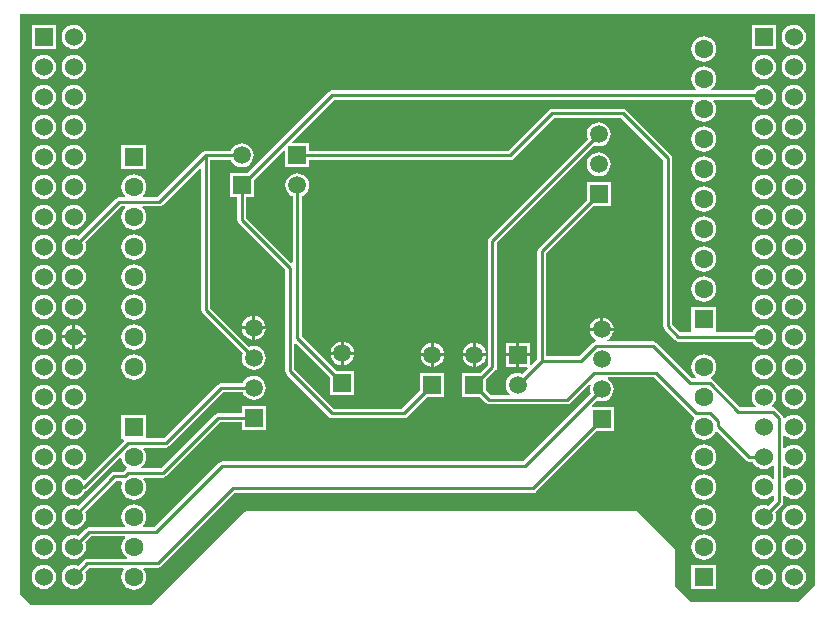
<source format=gtl>
G04 Layer_Physical_Order=1*
G04 Layer_Color=255*
%FSLAX25Y25*%
%MOIN*%
G70*
G01*
G75*
%ADD10C,0.01000*%
%ADD11R,0.06024X0.06024*%
%ADD12C,0.06024*%
%ADD13R,0.06319X0.06319*%
%ADD14C,0.06319*%
%ADD15R,0.05906X0.05906*%
%ADD16C,0.05906*%
G36*
X471971Y130633D02*
X466366Y125029D01*
X430633D01*
X425529Y130133D01*
Y142000D01*
X425413Y142585D01*
X425081Y143081D01*
X413081Y155081D01*
X412585Y155413D01*
X412000Y155529D01*
X283000D01*
X282415Y155413D01*
X281919Y155081D01*
X250867Y124029D01*
X210633D01*
X207029Y127634D01*
Y320971D01*
X471971D01*
Y130633D01*
D02*
G37*
%LPC*%
G36*
X358000Y211421D02*
X357468Y211351D01*
X356507Y210953D01*
X355681Y210319D01*
X355047Y209493D01*
X354649Y208532D01*
X354579Y208000D01*
X358000D01*
Y211421D01*
D02*
G37*
G36*
X345000D02*
Y208000D01*
X348421D01*
X348351Y208532D01*
X347953Y209493D01*
X347319Y210319D01*
X346493Y210953D01*
X345532Y211351D01*
X345000Y211421D01*
D02*
G37*
G36*
X344000D02*
X343468Y211351D01*
X342507Y210953D01*
X341681Y210319D01*
X341047Y209493D01*
X340649Y208532D01*
X340579Y208000D01*
X344000D01*
Y211421D01*
D02*
G37*
G36*
X376953Y211453D02*
X373500D01*
Y208000D01*
X376953D01*
Y211453D01*
D02*
G37*
G36*
X372500D02*
X369047D01*
Y208000D01*
X372500D01*
Y211453D01*
D02*
G37*
G36*
X359000Y211421D02*
Y208000D01*
X362421D01*
X362351Y208532D01*
X361953Y209493D01*
X361319Y210319D01*
X360493Y210953D01*
X359532Y211351D01*
X359000Y211421D01*
D02*
G37*
G36*
X318421Y207500D02*
X315000D01*
Y204079D01*
X315532Y204149D01*
X316493Y204547D01*
X317319Y205181D01*
X317953Y206007D01*
X318351Y206968D01*
X318421Y207500D01*
D02*
G37*
G36*
X348421Y207000D02*
X345000D01*
Y203579D01*
X345532Y203649D01*
X346493Y204047D01*
X347319Y204681D01*
X347953Y205507D01*
X348351Y206468D01*
X348421Y207000D01*
D02*
G37*
G36*
X344000D02*
X340579D01*
X340649Y206468D01*
X341047Y205507D01*
X341681Y204681D01*
X342507Y204047D01*
X343468Y203649D01*
X344000Y203579D01*
Y207000D01*
D02*
G37*
G36*
X372500D02*
X369047D01*
Y203547D01*
X372500D01*
Y207000D01*
D02*
G37*
G36*
X314000Y207500D02*
X310579D01*
X310649Y206968D01*
X311047Y206007D01*
X311681Y205181D01*
X312507Y204547D01*
X313468Y204149D01*
X314000Y204079D01*
Y207500D01*
D02*
G37*
G36*
X362421Y207000D02*
X359000D01*
Y203579D01*
X359532Y203649D01*
X360493Y204047D01*
X361319Y204681D01*
X361953Y205507D01*
X362351Y206468D01*
X362421Y207000D01*
D02*
G37*
G36*
X358000D02*
X354579D01*
X354649Y206468D01*
X355047Y205507D01*
X355681Y204681D01*
X356507Y204047D01*
X357468Y203649D01*
X358000Y203579D01*
Y207000D01*
D02*
G37*
G36*
X224500Y217422D02*
X223953Y217350D01*
X222977Y216945D01*
X222139Y216302D01*
X221496Y215464D01*
X221091Y214488D01*
X221019Y213941D01*
X224500D01*
Y217422D01*
D02*
G37*
G36*
X288921Y216000D02*
X285500D01*
Y212579D01*
X286032Y212649D01*
X286993Y213047D01*
X287819Y213681D01*
X288453Y214507D01*
X288851Y215468D01*
X288921Y216000D01*
D02*
G37*
G36*
X284500D02*
X281079D01*
X281149Y215468D01*
X281547Y214507D01*
X282181Y213681D01*
X283007Y213047D01*
X283968Y212649D01*
X284500Y212579D01*
Y216000D01*
D02*
G37*
G36*
X401500Y219921D02*
Y216500D01*
X404921D01*
X404851Y217032D01*
X404453Y217993D01*
X403819Y218819D01*
X402993Y219453D01*
X402032Y219851D01*
X401500Y219921D01*
D02*
G37*
G36*
X400500D02*
X399968Y219851D01*
X399007Y219453D01*
X398181Y218819D01*
X397547Y217993D01*
X397149Y217032D01*
X397079Y216500D01*
X400500D01*
Y219921D01*
D02*
G37*
G36*
X225500Y217422D02*
Y213941D01*
X228981D01*
X228909Y214488D01*
X228504Y215464D01*
X227861Y216302D01*
X227023Y216945D01*
X226047Y217350D01*
X225500Y217422D01*
D02*
G37*
G36*
X228981Y212941D02*
X225500D01*
Y209460D01*
X226047Y209532D01*
X227023Y209937D01*
X227861Y210580D01*
X228504Y211418D01*
X228909Y212394D01*
X228981Y212941D01*
D02*
G37*
G36*
X245000Y217636D02*
X243914Y217493D01*
X242902Y217074D01*
X242033Y216407D01*
X241367Y215539D01*
X240948Y214527D01*
X240805Y213441D01*
X240948Y212355D01*
X241367Y211343D01*
X242033Y210474D01*
X242902Y209808D01*
X243914Y209388D01*
X245000Y209246D01*
X246086Y209388D01*
X247098Y209808D01*
X247967Y210474D01*
X248633Y211343D01*
X249052Y212355D01*
X249195Y213441D01*
X249052Y214527D01*
X248633Y215539D01*
X247967Y216407D01*
X247098Y217074D01*
X246086Y217493D01*
X245000Y217636D01*
D02*
G37*
G36*
X315000Y211921D02*
Y208500D01*
X318421D01*
X318351Y209032D01*
X317953Y209993D01*
X317319Y210819D01*
X316493Y211453D01*
X315532Y211851D01*
X315000Y211921D01*
D02*
G37*
G36*
X314000D02*
X313468Y211851D01*
X312507Y211453D01*
X311681Y210819D01*
X311047Y209993D01*
X310649Y209032D01*
X310579Y208500D01*
X314000D01*
Y211921D01*
D02*
G37*
G36*
X224500Y212941D02*
X221019D01*
X221091Y212394D01*
X221496Y211418D01*
X222139Y210580D01*
X222977Y209937D01*
X223953Y209532D01*
X224500Y209460D01*
Y212941D01*
D02*
G37*
G36*
X465000Y217487D02*
X463953Y217350D01*
X462977Y216945D01*
X462139Y216302D01*
X461496Y215464D01*
X461091Y214488D01*
X460954Y213441D01*
X461091Y212394D01*
X461496Y211418D01*
X462139Y210580D01*
X462977Y209937D01*
X463953Y209532D01*
X465000Y209395D01*
X466047Y209532D01*
X467023Y209937D01*
X467861Y210580D01*
X468504Y211418D01*
X468909Y212394D01*
X469046Y213441D01*
X468909Y214488D01*
X468504Y215464D01*
X467861Y216302D01*
X467023Y216945D01*
X466047Y217350D01*
X465000Y217487D01*
D02*
G37*
G36*
X215000D02*
X213953Y217350D01*
X212977Y216945D01*
X212139Y216302D01*
X211496Y215464D01*
X211091Y214488D01*
X210954Y213441D01*
X211091Y212394D01*
X211496Y211418D01*
X212139Y210580D01*
X212977Y209937D01*
X213953Y209532D01*
X215000Y209395D01*
X216047Y209532D01*
X217023Y209937D01*
X217861Y210580D01*
X218504Y211418D01*
X218909Y212394D01*
X219046Y213441D01*
X218909Y214488D01*
X218504Y215464D01*
X217861Y216302D01*
X217023Y216945D01*
X216047Y217350D01*
X215000Y217487D01*
D02*
G37*
G36*
X465000Y207487D02*
X463953Y207349D01*
X462977Y206945D01*
X462139Y206302D01*
X461496Y205464D01*
X461091Y204488D01*
X460954Y203441D01*
X461091Y202394D01*
X461496Y201418D01*
X462139Y200580D01*
X462977Y199937D01*
X463953Y199532D01*
X465000Y199395D01*
X466047Y199532D01*
X467023Y199937D01*
X467861Y200580D01*
X468504Y201418D01*
X468909Y202394D01*
X469046Y203441D01*
X468909Y204488D01*
X468504Y205464D01*
X467861Y206302D01*
X467023Y206945D01*
X466047Y207349D01*
X465000Y207487D01*
D02*
G37*
G36*
X215000Y157487D02*
X213953Y157350D01*
X212977Y156945D01*
X212139Y156302D01*
X211496Y155464D01*
X211091Y154488D01*
X210954Y153441D01*
X211091Y152394D01*
X211496Y151418D01*
X212139Y150580D01*
X212977Y149937D01*
X213953Y149532D01*
X215000Y149395D01*
X216047Y149532D01*
X217023Y149937D01*
X217861Y150580D01*
X218504Y151418D01*
X218909Y152394D01*
X219046Y153441D01*
X218909Y154488D01*
X218504Y155464D01*
X217861Y156302D01*
X217023Y156945D01*
X216047Y157350D01*
X215000Y157487D01*
D02*
G37*
G36*
X435000Y157636D02*
X433914Y157493D01*
X432902Y157074D01*
X432033Y156407D01*
X431367Y155539D01*
X430948Y154527D01*
X430805Y153441D01*
X430948Y152355D01*
X431367Y151343D01*
X432033Y150474D01*
X432902Y149808D01*
X433914Y149389D01*
X435000Y149246D01*
X436086Y149389D01*
X437098Y149808D01*
X437967Y150474D01*
X438633Y151343D01*
X439052Y152355D01*
X439195Y153441D01*
X439052Y154527D01*
X438633Y155539D01*
X437967Y156407D01*
X437098Y157074D01*
X436086Y157493D01*
X435000Y157636D01*
D02*
G37*
G36*
X465000Y147487D02*
X463953Y147350D01*
X462977Y146945D01*
X462139Y146302D01*
X461496Y145464D01*
X461091Y144488D01*
X460954Y143441D01*
X461091Y142394D01*
X461496Y141418D01*
X462139Y140580D01*
X462977Y139937D01*
X463953Y139532D01*
X465000Y139394D01*
X466047Y139532D01*
X467023Y139937D01*
X467861Y140580D01*
X468504Y141418D01*
X468909Y142394D01*
X469046Y143441D01*
X468909Y144488D01*
X468504Y145464D01*
X467861Y146302D01*
X467023Y146945D01*
X466047Y147350D01*
X465000Y147487D01*
D02*
G37*
G36*
X215000Y167487D02*
X213953Y167350D01*
X212977Y166945D01*
X212139Y166302D01*
X211496Y165464D01*
X211091Y164488D01*
X210954Y163441D01*
X211091Y162394D01*
X211496Y161418D01*
X212139Y160580D01*
X212977Y159937D01*
X213953Y159532D01*
X215000Y159395D01*
X216047Y159532D01*
X217023Y159937D01*
X217861Y160580D01*
X218504Y161418D01*
X218909Y162394D01*
X219046Y163441D01*
X218909Y164488D01*
X218504Y165464D01*
X217861Y166302D01*
X217023Y166945D01*
X216047Y167350D01*
X215000Y167487D01*
D02*
G37*
G36*
X435000Y167636D02*
X433914Y167493D01*
X432902Y167074D01*
X432033Y166408D01*
X431367Y165539D01*
X430948Y164527D01*
X430805Y163441D01*
X430948Y162355D01*
X431367Y161343D01*
X432033Y160474D01*
X432902Y159808D01*
X433914Y159389D01*
X435000Y159246D01*
X436086Y159389D01*
X437098Y159808D01*
X437967Y160474D01*
X438633Y161343D01*
X439052Y162355D01*
X439195Y163441D01*
X439052Y164527D01*
X438633Y165539D01*
X437967Y166408D01*
X437098Y167074D01*
X436086Y167493D01*
X435000Y167636D01*
D02*
G37*
G36*
X465000Y157487D02*
X463953Y157350D01*
X462977Y156945D01*
X462139Y156302D01*
X461496Y155464D01*
X461091Y154488D01*
X460954Y153441D01*
X461091Y152394D01*
X461496Y151418D01*
X462139Y150580D01*
X462977Y149937D01*
X463953Y149532D01*
X465000Y149395D01*
X466047Y149532D01*
X467023Y149937D01*
X467861Y150580D01*
X468504Y151418D01*
X468909Y152394D01*
X469046Y153441D01*
X468909Y154488D01*
X468504Y155464D01*
X467861Y156302D01*
X467023Y156945D01*
X466047Y157350D01*
X465000Y157487D01*
D02*
G37*
G36*
X455000Y147487D02*
X453953Y147350D01*
X452977Y146945D01*
X452139Y146302D01*
X451496Y145464D01*
X451091Y144488D01*
X450954Y143441D01*
X451091Y142394D01*
X451496Y141418D01*
X452139Y140580D01*
X452977Y139937D01*
X453953Y139532D01*
X455000Y139394D01*
X456047Y139532D01*
X457023Y139937D01*
X457861Y140580D01*
X458504Y141418D01*
X458909Y142394D01*
X459046Y143441D01*
X458909Y144488D01*
X458504Y145464D01*
X457861Y146302D01*
X457023Y146945D01*
X456047Y147350D01*
X455000Y147487D01*
D02*
G37*
G36*
Y137487D02*
X453953Y137349D01*
X452977Y136945D01*
X452139Y136302D01*
X451496Y135464D01*
X451091Y134488D01*
X450954Y133441D01*
X451091Y132394D01*
X451496Y131418D01*
X452139Y130580D01*
X452977Y129937D01*
X453953Y129532D01*
X455000Y129394D01*
X456047Y129532D01*
X457023Y129937D01*
X457861Y130580D01*
X458504Y131418D01*
X458909Y132394D01*
X459046Y133441D01*
X458909Y134488D01*
X458504Y135464D01*
X457861Y136302D01*
X457023Y136945D01*
X456047Y137349D01*
X455000Y137487D01*
D02*
G37*
G36*
X215000D02*
X213953Y137349D01*
X212977Y136945D01*
X212139Y136302D01*
X211496Y135464D01*
X211091Y134488D01*
X210954Y133441D01*
X211091Y132394D01*
X211496Y131418D01*
X212139Y130580D01*
X212977Y129937D01*
X213953Y129532D01*
X215000Y129394D01*
X216047Y129532D01*
X217023Y129937D01*
X217861Y130580D01*
X218504Y131418D01*
X218909Y132394D01*
X219046Y133441D01*
X218909Y134488D01*
X218504Y135464D01*
X217861Y136302D01*
X217023Y136945D01*
X216047Y137349D01*
X215000Y137487D01*
D02*
G37*
G36*
X439159Y137600D02*
X430840D01*
Y129281D01*
X439159D01*
Y137600D01*
D02*
G37*
G36*
X215000Y147487D02*
X213953Y147350D01*
X212977Y146945D01*
X212139Y146302D01*
X211496Y145464D01*
X211091Y144488D01*
X210954Y143441D01*
X211091Y142394D01*
X211496Y141418D01*
X212139Y140580D01*
X212977Y139937D01*
X213953Y139532D01*
X215000Y139394D01*
X216047Y139532D01*
X217023Y139937D01*
X217861Y140580D01*
X218504Y141418D01*
X218909Y142394D01*
X219046Y143441D01*
X218909Y144488D01*
X218504Y145464D01*
X217861Y146302D01*
X217023Y146945D01*
X216047Y147350D01*
X215000Y147487D01*
D02*
G37*
G36*
X435000Y147636D02*
X433914Y147493D01*
X432902Y147074D01*
X432033Y146407D01*
X431367Y145539D01*
X430948Y144527D01*
X430805Y143441D01*
X430948Y142355D01*
X431367Y141343D01*
X432033Y140474D01*
X432902Y139808D01*
X433914Y139389D01*
X435000Y139246D01*
X436086Y139389D01*
X437098Y139808D01*
X437967Y140474D01*
X438633Y141343D01*
X439052Y142355D01*
X439195Y143441D01*
X439052Y144527D01*
X438633Y145539D01*
X437967Y146407D01*
X437098Y147074D01*
X436086Y147493D01*
X435000Y147636D01*
D02*
G37*
G36*
X465000Y137487D02*
X463953Y137349D01*
X462977Y136945D01*
X462139Y136302D01*
X461496Y135464D01*
X461091Y134488D01*
X460954Y133441D01*
X461091Y132394D01*
X461496Y131418D01*
X462139Y130580D01*
X462977Y129937D01*
X463953Y129532D01*
X465000Y129394D01*
X466047Y129532D01*
X467023Y129937D01*
X467861Y130580D01*
X468504Y131418D01*
X468909Y132394D01*
X469046Y133441D01*
X468909Y134488D01*
X468504Y135464D01*
X467861Y136302D01*
X467023Y136945D01*
X466047Y137349D01*
X465000Y137487D01*
D02*
G37*
G36*
X245000Y207636D02*
X243914Y207493D01*
X242902Y207074D01*
X242033Y206407D01*
X241367Y205539D01*
X240948Y204527D01*
X240805Y203441D01*
X240948Y202355D01*
X241367Y201343D01*
X242033Y200474D01*
X242902Y199808D01*
X243914Y199389D01*
X245000Y199246D01*
X246086Y199389D01*
X247098Y199808D01*
X247967Y200474D01*
X248633Y201343D01*
X249052Y202355D01*
X249195Y203441D01*
X249052Y204527D01*
X248633Y205539D01*
X247967Y206407D01*
X247098Y207074D01*
X246086Y207493D01*
X245000Y207636D01*
D02*
G37*
G36*
X285000Y200487D02*
X283968Y200351D01*
X283007Y199953D01*
X282181Y199319D01*
X281547Y198493D01*
X281355Y198029D01*
X274000D01*
X273415Y197913D01*
X272919Y197581D01*
X254967Y179630D01*
X249160D01*
Y187600D01*
X240841D01*
Y179281D01*
X241381D01*
X241588Y178781D01*
X228671Y165864D01*
X228172Y165897D01*
X227861Y166302D01*
X227023Y166945D01*
X226047Y167350D01*
X225000Y167487D01*
X223953Y167350D01*
X222977Y166945D01*
X222139Y166302D01*
X221496Y165464D01*
X221091Y164488D01*
X220954Y163441D01*
X221091Y162394D01*
X221496Y161418D01*
X222139Y160580D01*
X222977Y159937D01*
X223953Y159532D01*
X225000Y159395D01*
X226047Y159532D01*
X227023Y159937D01*
X227861Y160580D01*
X228504Y161418D01*
X228736Y161976D01*
X228996Y162028D01*
X229492Y162359D01*
X240332Y173200D01*
X240860Y173020D01*
X240948Y172355D01*
X241367Y171343D01*
X242033Y170474D01*
X242593Y170045D01*
X242485Y169513D01*
X241989Y169182D01*
X241336Y168529D01*
X238559D01*
X237974Y168413D01*
X237478Y168081D01*
X226541Y157145D01*
X226047Y157350D01*
X225000Y157487D01*
X223953Y157350D01*
X222977Y156945D01*
X222139Y156302D01*
X221496Y155464D01*
X221091Y154488D01*
X220954Y153441D01*
X221091Y152394D01*
X221496Y151418D01*
X222139Y150580D01*
X222977Y149937D01*
X223953Y149532D01*
X225000Y149395D01*
X226047Y149532D01*
X227023Y149937D01*
X227861Y150580D01*
X228504Y151418D01*
X228909Y152394D01*
X229046Y153441D01*
X228909Y154488D01*
X228704Y154982D01*
X239193Y165471D01*
X240889D01*
X241166Y165055D01*
X240948Y164527D01*
X240805Y163441D01*
X240948Y162355D01*
X241367Y161343D01*
X242033Y160474D01*
X242902Y159808D01*
X243914Y159389D01*
X245000Y159246D01*
X246086Y159389D01*
X247098Y159808D01*
X247967Y160474D01*
X248633Y161343D01*
X249052Y162355D01*
X249195Y163441D01*
X249052Y164527D01*
X248633Y165539D01*
X248225Y166071D01*
X248471Y166571D01*
X254600D01*
X255186Y166687D01*
X255682Y167019D01*
X273634Y184971D01*
X281047D01*
Y182547D01*
X288953D01*
Y190453D01*
X281047D01*
Y188029D01*
X273000D01*
X272415Y187913D01*
X271919Y187581D01*
X253967Y169630D01*
X247687D01*
X247517Y170130D01*
X247967Y170474D01*
X248633Y171343D01*
X249052Y172355D01*
X249195Y173441D01*
X249052Y174527D01*
X248633Y175539D01*
X248225Y176071D01*
X248471Y176571D01*
X255600D01*
X256186Y176687D01*
X256682Y177019D01*
X274634Y194971D01*
X281355D01*
X281547Y194507D01*
X282181Y193681D01*
X283007Y193047D01*
X283968Y192649D01*
X285000Y192513D01*
X286032Y192649D01*
X286993Y193047D01*
X287819Y193681D01*
X288453Y194507D01*
X288851Y195468D01*
X288987Y196500D01*
X288851Y197532D01*
X288453Y198493D01*
X287819Y199319D01*
X286993Y199953D01*
X286032Y200351D01*
X285000Y200487D01*
D02*
G37*
G36*
X465000Y197487D02*
X463953Y197350D01*
X462977Y196945D01*
X462139Y196302D01*
X461496Y195464D01*
X461091Y194488D01*
X460954Y193441D01*
X461091Y192394D01*
X461496Y191418D01*
X462139Y190580D01*
X462977Y189937D01*
X463953Y189532D01*
X465000Y189394D01*
X466047Y189532D01*
X467023Y189937D01*
X467861Y190580D01*
X468504Y191418D01*
X468909Y192394D01*
X469046Y193441D01*
X468909Y194488D01*
X468504Y195464D01*
X467861Y196302D01*
X467023Y196945D01*
X466047Y197350D01*
X465000Y197487D01*
D02*
G37*
G36*
X455000Y207487D02*
X453953Y207349D01*
X452977Y206945D01*
X452139Y206302D01*
X451496Y205464D01*
X451091Y204488D01*
X450954Y203441D01*
X451091Y202394D01*
X451496Y201418D01*
X452139Y200580D01*
X452977Y199937D01*
X453953Y199532D01*
X455000Y199395D01*
X456047Y199532D01*
X457023Y199937D01*
X457861Y200580D01*
X458504Y201418D01*
X458909Y202394D01*
X459046Y203441D01*
X458909Y204488D01*
X458504Y205464D01*
X457861Y206302D01*
X457023Y206945D01*
X456047Y207349D01*
X455000Y207487D01*
D02*
G37*
G36*
X225000D02*
X223953Y207349D01*
X222977Y206945D01*
X222139Y206302D01*
X221496Y205464D01*
X221091Y204488D01*
X220954Y203441D01*
X221091Y202394D01*
X221496Y201418D01*
X222139Y200580D01*
X222977Y199937D01*
X223953Y199532D01*
X225000Y199395D01*
X226047Y199532D01*
X227023Y199937D01*
X227861Y200580D01*
X228504Y201418D01*
X228909Y202394D01*
X229046Y203441D01*
X228909Y204488D01*
X228504Y205464D01*
X227861Y206302D01*
X227023Y206945D01*
X226047Y207349D01*
X225000Y207487D01*
D02*
G37*
G36*
X215000D02*
X213953Y207349D01*
X212977Y206945D01*
X212139Y206302D01*
X211496Y205464D01*
X211091Y204488D01*
X210954Y203441D01*
X211091Y202394D01*
X211496Y201418D01*
X212139Y200580D01*
X212977Y199937D01*
X213953Y199532D01*
X215000Y199395D01*
X216047Y199532D01*
X217023Y199937D01*
X217861Y200580D01*
X218504Y201418D01*
X218909Y202394D01*
X219046Y203441D01*
X218909Y204488D01*
X218504Y205464D01*
X217861Y206302D01*
X217023Y206945D01*
X216047Y207349D01*
X215000Y207487D01*
D02*
G37*
G36*
X225000Y197487D02*
X223953Y197350D01*
X222977Y196945D01*
X222139Y196302D01*
X221496Y195464D01*
X221091Y194488D01*
X220954Y193441D01*
X221091Y192394D01*
X221496Y191418D01*
X222139Y190580D01*
X222977Y189937D01*
X223953Y189532D01*
X225000Y189394D01*
X226047Y189532D01*
X227023Y189937D01*
X227861Y190580D01*
X228504Y191418D01*
X228909Y192394D01*
X229046Y193441D01*
X228909Y194488D01*
X228504Y195464D01*
X227861Y196302D01*
X227023Y196945D01*
X226047Y197350D01*
X225000Y197487D01*
D02*
G37*
G36*
Y177487D02*
X223953Y177349D01*
X222977Y176945D01*
X222139Y176302D01*
X221496Y175464D01*
X221091Y174488D01*
X220954Y173441D01*
X221091Y172394D01*
X221496Y171418D01*
X222139Y170580D01*
X222977Y169937D01*
X223953Y169532D01*
X225000Y169395D01*
X226047Y169532D01*
X227023Y169937D01*
X227861Y170580D01*
X228504Y171418D01*
X228909Y172394D01*
X229046Y173441D01*
X228909Y174488D01*
X228504Y175464D01*
X227861Y176302D01*
X227023Y176945D01*
X226047Y177349D01*
X225000Y177487D01*
D02*
G37*
G36*
X215000D02*
X213953Y177349D01*
X212977Y176945D01*
X212139Y176302D01*
X211496Y175464D01*
X211091Y174488D01*
X210954Y173441D01*
X211091Y172394D01*
X211496Y171418D01*
X212139Y170580D01*
X212977Y169937D01*
X213953Y169532D01*
X215000Y169395D01*
X216047Y169532D01*
X217023Y169937D01*
X217861Y170580D01*
X218504Y171418D01*
X218909Y172394D01*
X219046Y173441D01*
X218909Y174488D01*
X218504Y175464D01*
X217861Y176302D01*
X217023Y176945D01*
X216047Y177349D01*
X215000Y177487D01*
D02*
G37*
G36*
X435000Y177636D02*
X433914Y177493D01*
X432902Y177074D01*
X432033Y176408D01*
X431367Y175539D01*
X430948Y174527D01*
X430805Y173441D01*
X430948Y172355D01*
X431367Y171343D01*
X432033Y170474D01*
X432902Y169808D01*
X433914Y169389D01*
X435000Y169246D01*
X436086Y169389D01*
X437098Y169808D01*
X437967Y170474D01*
X438633Y171343D01*
X439052Y172355D01*
X439195Y173441D01*
X439052Y174527D01*
X438633Y175539D01*
X437967Y176408D01*
X437098Y177074D01*
X436086Y177493D01*
X435000Y177636D01*
D02*
G37*
G36*
X215000Y197487D02*
X213953Y197350D01*
X212977Y196945D01*
X212139Y196302D01*
X211496Y195464D01*
X211091Y194488D01*
X210954Y193441D01*
X211091Y192394D01*
X211496Y191418D01*
X212139Y190580D01*
X212977Y189937D01*
X213953Y189532D01*
X215000Y189394D01*
X216047Y189532D01*
X217023Y189937D01*
X217861Y190580D01*
X218504Y191418D01*
X218909Y192394D01*
X219046Y193441D01*
X218909Y194488D01*
X218504Y195464D01*
X217861Y196302D01*
X217023Y196945D01*
X216047Y197350D01*
X215000Y197487D01*
D02*
G37*
G36*
X225000Y187487D02*
X223953Y187349D01*
X222977Y186945D01*
X222139Y186302D01*
X221496Y185464D01*
X221091Y184488D01*
X220954Y183441D01*
X221091Y182394D01*
X221496Y181418D01*
X222139Y180580D01*
X222977Y179937D01*
X223953Y179532D01*
X225000Y179394D01*
X226047Y179532D01*
X227023Y179937D01*
X227861Y180580D01*
X228504Y181418D01*
X228909Y182394D01*
X229046Y183441D01*
X228909Y184488D01*
X228504Y185464D01*
X227861Y186302D01*
X227023Y186945D01*
X226047Y187349D01*
X225000Y187487D01*
D02*
G37*
G36*
X215000D02*
X213953Y187349D01*
X212977Y186945D01*
X212139Y186302D01*
X211496Y185464D01*
X211091Y184488D01*
X210954Y183441D01*
X211091Y182394D01*
X211496Y181418D01*
X212139Y180580D01*
X212977Y179937D01*
X213953Y179532D01*
X215000Y179394D01*
X216047Y179532D01*
X217023Y179937D01*
X217861Y180580D01*
X218504Y181418D01*
X218909Y182394D01*
X219046Y183441D01*
X218909Y184488D01*
X218504Y185464D01*
X217861Y186302D01*
X217023Y186945D01*
X216047Y187349D01*
X215000Y187487D01*
D02*
G37*
G36*
X284500Y220421D02*
X283968Y220351D01*
X283007Y219953D01*
X282181Y219319D01*
X281547Y218493D01*
X281149Y217532D01*
X281079Y217000D01*
X284500D01*
Y220421D01*
D02*
G37*
G36*
X400000Y284987D02*
X398968Y284851D01*
X398007Y284453D01*
X397181Y283819D01*
X396547Y282993D01*
X396149Y282032D01*
X396013Y281000D01*
X396149Y279968D01*
X396341Y279504D01*
X363419Y246581D01*
X363087Y246085D01*
X362971Y245500D01*
Y207656D01*
X362925Y207653D01*
Y207347D01*
X362971Y207344D01*
Y204134D01*
X360290Y201453D01*
X354547D01*
Y193547D01*
X360290D01*
X362419Y191419D01*
X362915Y191087D01*
X363500Y190971D01*
X389500D01*
X390085Y191087D01*
X390581Y191419D01*
X396900Y197737D01*
X397324Y197454D01*
X397149Y197032D01*
X397013Y196000D01*
X397149Y194968D01*
X397341Y194504D01*
X374867Y172029D01*
X274500D01*
X273915Y171913D01*
X273419Y171581D01*
X251867Y150029D01*
X248120D01*
X248009Y150529D01*
X248633Y151343D01*
X249052Y152355D01*
X249195Y153441D01*
X249052Y154527D01*
X248633Y155539D01*
X247967Y156407D01*
X247098Y157074D01*
X246086Y157493D01*
X245000Y157636D01*
X243914Y157493D01*
X242902Y157074D01*
X242033Y156407D01*
X241367Y155539D01*
X240948Y154527D01*
X240805Y153441D01*
X240948Y152355D01*
X241367Y151343D01*
X241991Y150529D01*
X241880Y150029D01*
X230059D01*
X229474Y149913D01*
X228978Y149581D01*
X226541Y147145D01*
X226047Y147350D01*
X225000Y147487D01*
X223953Y147350D01*
X222977Y146945D01*
X222139Y146302D01*
X221496Y145464D01*
X221091Y144488D01*
X220954Y143441D01*
X221091Y142394D01*
X221496Y141418D01*
X222139Y140580D01*
X222977Y139937D01*
X223953Y139532D01*
X225000Y139394D01*
X226047Y139532D01*
X227023Y139937D01*
X227861Y140580D01*
X228504Y141418D01*
X228909Y142394D01*
X229046Y143441D01*
X228909Y144488D01*
X228704Y144982D01*
X230693Y146971D01*
X241990D01*
X242150Y146497D01*
X242033Y146407D01*
X241367Y145539D01*
X240948Y144527D01*
X240805Y143441D01*
X240948Y142355D01*
X241367Y141343D01*
X242033Y140474D01*
X242593Y140045D01*
X242580Y139805D01*
X242444Y139529D01*
X229559D01*
X228974Y139413D01*
X228478Y139081D01*
X226541Y137145D01*
X226047Y137349D01*
X225000Y137487D01*
X223953Y137349D01*
X222977Y136945D01*
X222139Y136302D01*
X221496Y135464D01*
X221091Y134488D01*
X220954Y133441D01*
X221091Y132394D01*
X221496Y131418D01*
X222139Y130580D01*
X222977Y129937D01*
X223953Y129532D01*
X225000Y129394D01*
X226047Y129532D01*
X227023Y129937D01*
X227861Y130580D01*
X228504Y131418D01*
X228909Y132394D01*
X229046Y133441D01*
X228909Y134488D01*
X228704Y134982D01*
X230193Y136471D01*
X241452D01*
X241698Y135971D01*
X241367Y135539D01*
X240948Y134527D01*
X240805Y133441D01*
X240948Y132355D01*
X241367Y131343D01*
X242033Y130474D01*
X242902Y129808D01*
X243914Y129389D01*
X245000Y129246D01*
X246086Y129389D01*
X247098Y129808D01*
X247967Y130474D01*
X248633Y131343D01*
X249052Y132355D01*
X249195Y133441D01*
X249052Y134527D01*
X248633Y135539D01*
X248225Y136071D01*
X248471Y136571D01*
X253100D01*
X253686Y136687D01*
X254182Y137019D01*
X278633Y161471D01*
X378000D01*
X378585Y161587D01*
X379081Y161919D01*
X399210Y182047D01*
X404953D01*
Y189953D01*
X397769D01*
X397578Y190415D01*
X399504Y192341D01*
X399968Y192149D01*
X401000Y192013D01*
X402032Y192149D01*
X402993Y192547D01*
X403819Y193181D01*
X404453Y194007D01*
X404851Y194968D01*
X404987Y196000D01*
X404851Y197032D01*
X404453Y197993D01*
X403819Y198819D01*
X402993Y199453D01*
X402950Y199471D01*
X403050Y199971D01*
X418366D01*
X431318Y187019D01*
X431704Y186761D01*
X431714Y186751D01*
X431840Y186328D01*
X431851Y186170D01*
X431367Y185539D01*
X430948Y184527D01*
X430805Y183441D01*
X430948Y182355D01*
X431367Y181343D01*
X432033Y180474D01*
X432902Y179808D01*
X433914Y179389D01*
X435000Y179246D01*
X436086Y179389D01*
X437098Y179808D01*
X437967Y180474D01*
X438633Y181343D01*
X438852Y181872D01*
X439342Y181969D01*
X448952Y172360D01*
X449448Y172028D01*
X450034Y171912D01*
X451291D01*
X451496Y171418D01*
X452139Y170580D01*
X452977Y169937D01*
X453953Y169532D01*
X455000Y169395D01*
X456047Y169532D01*
X457023Y169937D01*
X457861Y170580D01*
X457997Y170757D01*
X458471Y170596D01*
Y166286D01*
X457997Y166125D01*
X457861Y166302D01*
X457023Y166945D01*
X456047Y167350D01*
X455000Y167487D01*
X453953Y167350D01*
X452977Y166945D01*
X452139Y166302D01*
X451496Y165464D01*
X451091Y164488D01*
X450954Y163441D01*
X451091Y162394D01*
X451496Y161418D01*
X452139Y160580D01*
X452977Y159937D01*
X453953Y159532D01*
X455000Y159395D01*
X456047Y159532D01*
X457023Y159937D01*
X457861Y160580D01*
X457997Y160757D01*
X458471Y160596D01*
Y159074D01*
X456541Y157145D01*
X456047Y157350D01*
X455000Y157487D01*
X453953Y157350D01*
X452977Y156945D01*
X452139Y156302D01*
X451496Y155464D01*
X451091Y154488D01*
X450954Y153441D01*
X451091Y152394D01*
X451496Y151418D01*
X452139Y150580D01*
X452977Y149937D01*
X453953Y149532D01*
X455000Y149395D01*
X456047Y149532D01*
X457023Y149937D01*
X457861Y150580D01*
X458504Y151418D01*
X458909Y152394D01*
X459046Y153441D01*
X458909Y154488D01*
X458704Y154982D01*
X461081Y157360D01*
X461413Y157856D01*
X461529Y158441D01*
Y160596D01*
X462003Y160757D01*
X462139Y160580D01*
X462977Y159937D01*
X463953Y159532D01*
X465000Y159395D01*
X466047Y159532D01*
X467023Y159937D01*
X467861Y160580D01*
X468504Y161418D01*
X468909Y162394D01*
X469046Y163441D01*
X468909Y164488D01*
X468504Y165464D01*
X467861Y166302D01*
X467023Y166945D01*
X466047Y167350D01*
X465000Y167487D01*
X463953Y167350D01*
X462977Y166945D01*
X462139Y166302D01*
X462003Y166125D01*
X461529Y166286D01*
Y170596D01*
X462003Y170757D01*
X462139Y170580D01*
X462977Y169937D01*
X463953Y169532D01*
X465000Y169395D01*
X466047Y169532D01*
X467023Y169937D01*
X467861Y170580D01*
X468504Y171418D01*
X468909Y172394D01*
X469046Y173441D01*
X468909Y174488D01*
X468504Y175464D01*
X467861Y176302D01*
X467023Y176945D01*
X466047Y177349D01*
X465000Y177487D01*
X463953Y177349D01*
X462977Y176945D01*
X462139Y176302D01*
X462003Y176125D01*
X461529Y176286D01*
Y180596D01*
X462003Y180757D01*
X462139Y180580D01*
X462977Y179937D01*
X463953Y179532D01*
X465000Y179394D01*
X466047Y179532D01*
X467023Y179937D01*
X467861Y180580D01*
X468504Y181418D01*
X468909Y182394D01*
X469046Y183441D01*
X468909Y184488D01*
X468504Y185464D01*
X467861Y186302D01*
X467023Y186945D01*
X466047Y187349D01*
X465000Y187487D01*
X463953Y187349D01*
X462977Y186945D01*
X462139Y186302D01*
X462003Y186125D01*
X461529Y186286D01*
Y186500D01*
X461413Y187085D01*
X461081Y187581D01*
X459081Y189581D01*
X458585Y189913D01*
X458000Y190029D01*
X457922D01*
X457761Y190503D01*
X457861Y190580D01*
X458504Y191418D01*
X458909Y192394D01*
X459046Y193441D01*
X458909Y194488D01*
X458504Y195464D01*
X457861Y196302D01*
X457023Y196945D01*
X456047Y197350D01*
X455000Y197487D01*
X453953Y197350D01*
X452977Y196945D01*
X452139Y196302D01*
X451496Y195464D01*
X451091Y194488D01*
X450954Y193441D01*
X451091Y192394D01*
X451496Y191418D01*
X452139Y190580D01*
X452239Y190503D01*
X452078Y190029D01*
X447164D01*
X438011Y199182D01*
X437515Y199513D01*
X437407Y200045D01*
X437967Y200474D01*
X438633Y201343D01*
X439052Y202355D01*
X439195Y203441D01*
X439052Y204527D01*
X438633Y205539D01*
X437967Y206407D01*
X437098Y207074D01*
X436086Y207493D01*
X435000Y207636D01*
X433914Y207493D01*
X432902Y207074D01*
X432033Y206407D01*
X431367Y205539D01*
X430948Y204527D01*
X430805Y203441D01*
X430948Y202355D01*
X431367Y201343D01*
X432033Y200474D01*
X432482Y200130D01*
X432313Y199630D01*
X431033D01*
X419129Y211534D01*
X418633Y211866D01*
X418047Y211982D01*
X402936D01*
X402836Y212482D01*
X402993Y212547D01*
X403819Y213181D01*
X404453Y214007D01*
X404851Y214968D01*
X404921Y215500D01*
X397079D01*
X397149Y214968D01*
X397547Y214007D01*
X398181Y213181D01*
X399007Y212547D01*
X399026Y212454D01*
X398652Y211882D01*
X398570Y211866D01*
X398074Y211534D01*
X393569Y207029D01*
X382529D01*
Y241367D01*
X398210Y257047D01*
X403953D01*
Y264953D01*
X396047D01*
Y259210D01*
X379919Y243081D01*
X379587Y242585D01*
X379471Y242000D01*
Y206134D01*
X377415Y204078D01*
X376953Y204269D01*
Y207000D01*
X373500D01*
Y203547D01*
X376231D01*
X376422Y203085D01*
X374496Y201159D01*
X374032Y201351D01*
X373000Y201487D01*
X371968Y201351D01*
X371007Y200953D01*
X370181Y200319D01*
X369547Y199493D01*
X369149Y198532D01*
X369013Y197500D01*
X369149Y196468D01*
X369547Y195507D01*
X370181Y194681D01*
X370378Y194529D01*
X370209Y194029D01*
X364134D01*
X362453Y195710D01*
Y199290D01*
X365581Y202419D01*
X365913Y202915D01*
X366029Y203500D01*
Y244866D01*
X398504Y277341D01*
X398968Y277149D01*
X400000Y277013D01*
X401032Y277149D01*
X401993Y277547D01*
X402819Y278181D01*
X403453Y279007D01*
X403851Y279968D01*
X403987Y281000D01*
X403851Y282032D01*
X403453Y282993D01*
X402819Y283819D01*
X401993Y284453D01*
X401032Y284851D01*
X400000Y284987D01*
D02*
G37*
G36*
X435000Y283621D02*
X433914Y283478D01*
X432902Y283059D01*
X432033Y282392D01*
X431367Y281523D01*
X430948Y280511D01*
X430805Y279425D01*
X430948Y278339D01*
X431367Y277327D01*
X432033Y276459D01*
X432902Y275792D01*
X433914Y275373D01*
X435000Y275230D01*
X436086Y275373D01*
X437098Y275792D01*
X437967Y276459D01*
X438633Y277327D01*
X439052Y278339D01*
X439195Y279425D01*
X439052Y280511D01*
X438633Y281523D01*
X437967Y282392D01*
X437098Y283059D01*
X436086Y283478D01*
X435000Y283621D01*
D02*
G37*
G36*
X281000Y277987D02*
X279968Y277851D01*
X279007Y277453D01*
X278181Y276819D01*
X277547Y275993D01*
X277355Y275529D01*
X269000D01*
X268415Y275413D01*
X267919Y275081D01*
X252867Y260029D01*
X248120D01*
X248009Y260529D01*
X248633Y261343D01*
X249052Y262355D01*
X249195Y263441D01*
X249052Y264527D01*
X248633Y265539D01*
X247967Y266407D01*
X247098Y267074D01*
X246086Y267493D01*
X245000Y267636D01*
X243914Y267493D01*
X242902Y267074D01*
X242033Y266407D01*
X241367Y265539D01*
X240948Y264527D01*
X240805Y263441D01*
X240948Y262355D01*
X241367Y261343D01*
X241991Y260529D01*
X241880Y260029D01*
X240059D01*
X239474Y259913D01*
X238978Y259581D01*
X226541Y247145D01*
X226047Y247350D01*
X225000Y247487D01*
X223953Y247350D01*
X222977Y246945D01*
X222139Y246302D01*
X221496Y245464D01*
X221091Y244488D01*
X220954Y243441D01*
X221091Y242394D01*
X221496Y241418D01*
X222139Y240580D01*
X222977Y239937D01*
X223953Y239532D01*
X225000Y239394D01*
X226047Y239532D01*
X227023Y239937D01*
X227861Y240580D01*
X228504Y241418D01*
X228909Y242394D01*
X229046Y243441D01*
X228909Y244488D01*
X228704Y244982D01*
X240692Y256971D01*
X241990D01*
X242150Y256497D01*
X242033Y256407D01*
X241367Y255539D01*
X240948Y254527D01*
X240805Y253441D01*
X240948Y252355D01*
X241367Y251343D01*
X242033Y250474D01*
X242902Y249808D01*
X243914Y249389D01*
X245000Y249246D01*
X246086Y249389D01*
X247098Y249808D01*
X247967Y250474D01*
X248633Y251343D01*
X249052Y252355D01*
X249195Y253441D01*
X249052Y254527D01*
X248633Y255539D01*
X247967Y256407D01*
X247850Y256497D01*
X248010Y256971D01*
X253500D01*
X254085Y257087D01*
X254581Y257419D01*
X267009Y269846D01*
X267471Y269654D01*
Y222500D01*
X267587Y221915D01*
X267919Y221419D01*
X281341Y207996D01*
X281149Y207532D01*
X281013Y206500D01*
X281149Y205468D01*
X281547Y204507D01*
X282181Y203681D01*
X283007Y203047D01*
X283968Y202649D01*
X285000Y202513D01*
X286032Y202649D01*
X286993Y203047D01*
X287819Y203681D01*
X288453Y204507D01*
X288851Y205468D01*
X288987Y206500D01*
X288851Y207532D01*
X288453Y208493D01*
X287819Y209319D01*
X286993Y209953D01*
X286032Y210351D01*
X285000Y210487D01*
X283968Y210351D01*
X283504Y210159D01*
X270529Y223133D01*
Y272471D01*
X277355D01*
X277547Y272007D01*
X278181Y271181D01*
X279007Y270547D01*
X279968Y270149D01*
X281000Y270013D01*
X282032Y270149D01*
X282993Y270547D01*
X283819Y271181D01*
X284453Y272007D01*
X284851Y272968D01*
X284987Y274000D01*
X284851Y275032D01*
X284453Y275993D01*
X283819Y276819D01*
X282993Y277453D01*
X282032Y277851D01*
X281000Y277987D01*
D02*
G37*
G36*
X455000Y287487D02*
X453953Y287350D01*
X452977Y286945D01*
X452139Y286302D01*
X451496Y285464D01*
X451091Y284488D01*
X450954Y283441D01*
X451091Y282394D01*
X451496Y281418D01*
X452139Y280580D01*
X452977Y279937D01*
X453953Y279532D01*
X455000Y279395D01*
X456047Y279532D01*
X457023Y279937D01*
X457861Y280580D01*
X458504Y281418D01*
X458909Y282394D01*
X459046Y283441D01*
X458909Y284488D01*
X458504Y285464D01*
X457861Y286302D01*
X457023Y286945D01*
X456047Y287350D01*
X455000Y287487D01*
D02*
G37*
G36*
X225000D02*
X223953Y287350D01*
X222977Y286945D01*
X222139Y286302D01*
X221496Y285464D01*
X221091Y284488D01*
X220954Y283441D01*
X221091Y282394D01*
X221496Y281418D01*
X222139Y280580D01*
X222977Y279937D01*
X223953Y279532D01*
X225000Y279395D01*
X226047Y279532D01*
X227023Y279937D01*
X227861Y280580D01*
X228504Y281418D01*
X228909Y282394D01*
X229046Y283441D01*
X228909Y284488D01*
X228504Y285464D01*
X227861Y286302D01*
X227023Y286945D01*
X226047Y287350D01*
X225000Y287487D01*
D02*
G37*
G36*
X215000D02*
X213953Y287350D01*
X212977Y286945D01*
X212139Y286302D01*
X211496Y285464D01*
X211091Y284488D01*
X210954Y283441D01*
X211091Y282394D01*
X211496Y281418D01*
X212139Y280580D01*
X212977Y279937D01*
X213953Y279532D01*
X215000Y279395D01*
X216047Y279532D01*
X217023Y279937D01*
X217861Y280580D01*
X218504Y281418D01*
X218909Y282394D01*
X219046Y283441D01*
X218909Y284488D01*
X218504Y285464D01*
X217861Y286302D01*
X217023Y286945D01*
X216047Y287350D01*
X215000Y287487D01*
D02*
G37*
G36*
X465000Y277487D02*
X463953Y277349D01*
X462977Y276945D01*
X462139Y276302D01*
X461496Y275464D01*
X461091Y274488D01*
X460954Y273441D01*
X461091Y272394D01*
X461496Y271418D01*
X462139Y270580D01*
X462977Y269937D01*
X463953Y269532D01*
X465000Y269394D01*
X466047Y269532D01*
X467023Y269937D01*
X467861Y270580D01*
X468504Y271418D01*
X468909Y272394D01*
X469046Y273441D01*
X468909Y274488D01*
X468504Y275464D01*
X467861Y276302D01*
X467023Y276945D01*
X466047Y277349D01*
X465000Y277487D01*
D02*
G37*
G36*
X249160Y277600D02*
X240841D01*
Y269282D01*
X249160D01*
Y277600D01*
D02*
G37*
G36*
X400000Y274987D02*
X398968Y274851D01*
X398007Y274453D01*
X397181Y273819D01*
X396547Y272993D01*
X396149Y272032D01*
X396013Y271000D01*
X396149Y269968D01*
X396547Y269007D01*
X397181Y268181D01*
X398007Y267547D01*
X398968Y267149D01*
X400000Y267013D01*
X401032Y267149D01*
X401993Y267547D01*
X402819Y268181D01*
X403453Y269007D01*
X403851Y269968D01*
X403987Y271000D01*
X403851Y272032D01*
X403453Y272993D01*
X402819Y273819D01*
X401993Y274453D01*
X401032Y274851D01*
X400000Y274987D01*
D02*
G37*
G36*
X435000Y273621D02*
X433914Y273478D01*
X432902Y273059D01*
X432033Y272392D01*
X431367Y271523D01*
X430948Y270511D01*
X430805Y269425D01*
X430948Y268339D01*
X431367Y267327D01*
X432033Y266459D01*
X432902Y265792D01*
X433914Y265373D01*
X435000Y265230D01*
X436086Y265373D01*
X437098Y265792D01*
X437967Y266459D01*
X438633Y267327D01*
X439052Y268339D01*
X439195Y269425D01*
X439052Y270511D01*
X438633Y271523D01*
X437967Y272392D01*
X437098Y273059D01*
X436086Y273478D01*
X435000Y273621D01*
D02*
G37*
G36*
X455000Y277487D02*
X453953Y277349D01*
X452977Y276945D01*
X452139Y276302D01*
X451496Y275464D01*
X451091Y274488D01*
X450954Y273441D01*
X451091Y272394D01*
X451496Y271418D01*
X452139Y270580D01*
X452977Y269937D01*
X453953Y269532D01*
X455000Y269394D01*
X456047Y269532D01*
X457023Y269937D01*
X457861Y270580D01*
X458504Y271418D01*
X458909Y272394D01*
X459046Y273441D01*
X458909Y274488D01*
X458504Y275464D01*
X457861Y276302D01*
X457023Y276945D01*
X456047Y277349D01*
X455000Y277487D01*
D02*
G37*
G36*
X225000D02*
X223953Y277349D01*
X222977Y276945D01*
X222139Y276302D01*
X221496Y275464D01*
X221091Y274488D01*
X220954Y273441D01*
X221091Y272394D01*
X221496Y271418D01*
X222139Y270580D01*
X222977Y269937D01*
X223953Y269532D01*
X225000Y269394D01*
X226047Y269532D01*
X227023Y269937D01*
X227861Y270580D01*
X228504Y271418D01*
X228909Y272394D01*
X229046Y273441D01*
X228909Y274488D01*
X228504Y275464D01*
X227861Y276302D01*
X227023Y276945D01*
X226047Y277349D01*
X225000Y277487D01*
D02*
G37*
G36*
X215000D02*
X213953Y277349D01*
X212977Y276945D01*
X212139Y276302D01*
X211496Y275464D01*
X211091Y274488D01*
X210954Y273441D01*
X211091Y272394D01*
X211496Y271418D01*
X212139Y270580D01*
X212977Y269937D01*
X213953Y269532D01*
X215000Y269394D01*
X216047Y269532D01*
X217023Y269937D01*
X217861Y270580D01*
X218504Y271418D01*
X218909Y272394D01*
X219046Y273441D01*
X218909Y274488D01*
X218504Y275464D01*
X217861Y276302D01*
X217023Y276945D01*
X216047Y277349D01*
X215000Y277487D01*
D02*
G37*
G36*
X465000Y287487D02*
X463953Y287350D01*
X462977Y286945D01*
X462139Y286302D01*
X461496Y285464D01*
X461091Y284488D01*
X460954Y283441D01*
X461091Y282394D01*
X461496Y281418D01*
X462139Y280580D01*
X462977Y279937D01*
X463953Y279532D01*
X465000Y279395D01*
X466047Y279532D01*
X467023Y279937D01*
X467861Y280580D01*
X468504Y281418D01*
X468909Y282394D01*
X469046Y283441D01*
X468909Y284488D01*
X468504Y285464D01*
X467861Y286302D01*
X467023Y286945D01*
X466047Y287350D01*
X465000Y287487D01*
D02*
G37*
G36*
X225000Y317487D02*
X223953Y317350D01*
X222977Y316945D01*
X222139Y316302D01*
X221496Y315464D01*
X221091Y314488D01*
X220954Y313441D01*
X221091Y312394D01*
X221496Y311418D01*
X222139Y310580D01*
X222977Y309937D01*
X223953Y309532D01*
X225000Y309395D01*
X226047Y309532D01*
X227023Y309937D01*
X227861Y310580D01*
X228504Y311418D01*
X228909Y312394D01*
X229046Y313441D01*
X228909Y314488D01*
X228504Y315464D01*
X227861Y316302D01*
X227023Y316945D01*
X226047Y317350D01*
X225000Y317487D01*
D02*
G37*
G36*
X435000Y313620D02*
X433914Y313478D01*
X432902Y313058D01*
X432033Y312392D01*
X431367Y311523D01*
X430948Y310511D01*
X430805Y309425D01*
X430948Y308339D01*
X431367Y307328D01*
X432033Y306459D01*
X432902Y305792D01*
X433914Y305373D01*
X435000Y305230D01*
X436086Y305373D01*
X437098Y305792D01*
X437967Y306459D01*
X438633Y307328D01*
X439052Y308339D01*
X439195Y309425D01*
X439052Y310511D01*
X438633Y311523D01*
X437967Y312392D01*
X437098Y313058D01*
X436086Y313478D01*
X435000Y313620D01*
D02*
G37*
G36*
X465000Y307487D02*
X463953Y307349D01*
X462977Y306945D01*
X462139Y306302D01*
X461496Y305464D01*
X461091Y304488D01*
X460954Y303441D01*
X461091Y302394D01*
X461496Y301418D01*
X462139Y300580D01*
X462977Y299937D01*
X463953Y299532D01*
X465000Y299394D01*
X466047Y299532D01*
X467023Y299937D01*
X467861Y300580D01*
X468504Y301418D01*
X468909Y302394D01*
X469046Y303441D01*
X468909Y304488D01*
X468504Y305464D01*
X467861Y306302D01*
X467023Y306945D01*
X466047Y307349D01*
X465000Y307487D01*
D02*
G37*
G36*
X459012Y317453D02*
X450988D01*
Y309429D01*
X459012D01*
Y317453D01*
D02*
G37*
G36*
X219012D02*
X210988D01*
Y309429D01*
X219012D01*
Y317453D01*
D02*
G37*
G36*
X465000Y317487D02*
X463953Y317350D01*
X462977Y316945D01*
X462139Y316302D01*
X461496Y315464D01*
X461091Y314488D01*
X460954Y313441D01*
X461091Y312394D01*
X461496Y311418D01*
X462139Y310580D01*
X462977Y309937D01*
X463953Y309532D01*
X465000Y309395D01*
X466047Y309532D01*
X467023Y309937D01*
X467861Y310580D01*
X468504Y311418D01*
X468909Y312394D01*
X469046Y313441D01*
X468909Y314488D01*
X468504Y315464D01*
X467861Y316302D01*
X467023Y316945D01*
X466047Y317350D01*
X465000Y317487D01*
D02*
G37*
G36*
X455000Y307487D02*
X453953Y307349D01*
X452977Y306945D01*
X452139Y306302D01*
X451496Y305464D01*
X451091Y304488D01*
X450954Y303441D01*
X451091Y302394D01*
X451496Y301418D01*
X452139Y300580D01*
X452977Y299937D01*
X453953Y299532D01*
X455000Y299394D01*
X456047Y299532D01*
X457023Y299937D01*
X457861Y300580D01*
X458504Y301418D01*
X458909Y302394D01*
X459046Y303441D01*
X458909Y304488D01*
X458504Y305464D01*
X457861Y306302D01*
X457023Y306945D01*
X456047Y307349D01*
X455000Y307487D01*
D02*
G37*
G36*
X435000Y303621D02*
X433914Y303478D01*
X432902Y303059D01*
X432033Y302392D01*
X431367Y301523D01*
X430948Y300511D01*
X430805Y299425D01*
X430948Y298339D01*
X431367Y297327D01*
X432033Y296459D01*
X432482Y296114D01*
X432313Y295614D01*
X311085D01*
X310499Y295498D01*
X310003Y295166D01*
X282790Y267953D01*
X277047D01*
Y260047D01*
X279471D01*
Y252500D01*
X279587Y251915D01*
X279919Y251419D01*
X295471Y235866D01*
Y202000D01*
X295587Y201415D01*
X295919Y200919D01*
X309919Y186919D01*
X310415Y186587D01*
X311000Y186471D01*
X335000D01*
X335585Y186587D01*
X336081Y186919D01*
X342710Y193547D01*
X348453D01*
Y201453D01*
X340547D01*
Y195710D01*
X334366Y189529D01*
X311633D01*
X298529Y202634D01*
Y211154D01*
X298991Y211346D01*
X310547Y199790D01*
Y194047D01*
X318453D01*
Y201953D01*
X312710D01*
X301029Y213633D01*
Y260355D01*
X301493Y260547D01*
X302319Y261181D01*
X302953Y262007D01*
X303351Y262968D01*
X303487Y264000D01*
X303351Y265032D01*
X302953Y265993D01*
X302319Y266819D01*
X301493Y267453D01*
X300532Y267851D01*
X299500Y267987D01*
X298468Y267851D01*
X297507Y267453D01*
X296681Y266819D01*
X296047Y265993D01*
X295649Y265032D01*
X295513Y264000D01*
X295649Y262968D01*
X296047Y262007D01*
X296681Y261181D01*
X297507Y260547D01*
X297971Y260355D01*
Y238346D01*
X297509Y238154D01*
X282529Y253134D01*
Y260047D01*
X284953D01*
Y265790D01*
X295085Y275922D01*
X295547Y275731D01*
Y270047D01*
X303453D01*
Y272471D01*
X370500D01*
X371085Y272587D01*
X371581Y272919D01*
X385134Y286471D01*
X407367D01*
X421471Y272366D01*
Y217000D01*
X421587Y216415D01*
X421919Y215919D01*
X425478Y212359D01*
X425974Y212028D01*
X426559Y211912D01*
X451291D01*
X451496Y211418D01*
X452139Y210580D01*
X452977Y209937D01*
X453953Y209532D01*
X455000Y209395D01*
X456047Y209532D01*
X457023Y209937D01*
X457861Y210580D01*
X458504Y211418D01*
X458909Y212394D01*
X459046Y213441D01*
X458909Y214488D01*
X458504Y215464D01*
X457861Y216302D01*
X457023Y216945D01*
X456047Y217350D01*
X455000Y217487D01*
X453953Y217350D01*
X452977Y216945D01*
X452139Y216302D01*
X451496Y215464D01*
X451291Y214970D01*
X439537D01*
X439159Y215266D01*
X439159Y215470D01*
Y223585D01*
X430840D01*
Y215470D01*
X430840Y215266D01*
X430463Y214970D01*
X427193D01*
X424529Y217634D01*
Y273000D01*
X424413Y273585D01*
X424081Y274081D01*
X409081Y289081D01*
X408585Y289413D01*
X408000Y289529D01*
X384500D01*
X383915Y289413D01*
X383419Y289081D01*
X369866Y275529D01*
X303453D01*
Y277953D01*
X297769D01*
X297578Y278415D01*
X311718Y292555D01*
X431529D01*
X431775Y292055D01*
X431367Y291523D01*
X430948Y290511D01*
X430805Y289425D01*
X430948Y288339D01*
X431367Y287328D01*
X432033Y286459D01*
X432902Y285792D01*
X433914Y285373D01*
X435000Y285230D01*
X436086Y285373D01*
X437098Y285792D01*
X437967Y286459D01*
X438633Y287328D01*
X439052Y288339D01*
X439195Y289425D01*
X439052Y290511D01*
X438633Y291523D01*
X438225Y292055D01*
X438471Y292555D01*
X451070D01*
X451091Y292394D01*
X451496Y291418D01*
X452139Y290580D01*
X452977Y289937D01*
X453953Y289532D01*
X455000Y289394D01*
X456047Y289532D01*
X457023Y289937D01*
X457861Y290580D01*
X458504Y291418D01*
X458909Y292394D01*
X459046Y293441D01*
X458909Y294488D01*
X458504Y295464D01*
X457861Y296302D01*
X457023Y296945D01*
X456047Y297350D01*
X455000Y297487D01*
X453953Y297350D01*
X452977Y296945D01*
X452139Y296302D01*
X451611Y295614D01*
X437687D01*
X437517Y296114D01*
X437967Y296459D01*
X438633Y297327D01*
X439052Y298339D01*
X439195Y299425D01*
X439052Y300511D01*
X438633Y301523D01*
X437967Y302392D01*
X437098Y303059D01*
X436086Y303478D01*
X435000Y303621D01*
D02*
G37*
G36*
X225000Y297487D02*
X223953Y297350D01*
X222977Y296945D01*
X222139Y296302D01*
X221496Y295464D01*
X221091Y294488D01*
X220954Y293441D01*
X221091Y292394D01*
X221496Y291418D01*
X222139Y290580D01*
X222977Y289937D01*
X223953Y289532D01*
X225000Y289394D01*
X226047Y289532D01*
X227023Y289937D01*
X227861Y290580D01*
X228504Y291418D01*
X228909Y292394D01*
X229046Y293441D01*
X228909Y294488D01*
X228504Y295464D01*
X227861Y296302D01*
X227023Y296945D01*
X226047Y297350D01*
X225000Y297487D01*
D02*
G37*
G36*
X215000D02*
X213953Y297350D01*
X212977Y296945D01*
X212139Y296302D01*
X211496Y295464D01*
X211091Y294488D01*
X210954Y293441D01*
X211091Y292394D01*
X211496Y291418D01*
X212139Y290580D01*
X212977Y289937D01*
X213953Y289532D01*
X215000Y289394D01*
X216047Y289532D01*
X217023Y289937D01*
X217861Y290580D01*
X218504Y291418D01*
X218909Y292394D01*
X219046Y293441D01*
X218909Y294488D01*
X218504Y295464D01*
X217861Y296302D01*
X217023Y296945D01*
X216047Y297350D01*
X215000Y297487D01*
D02*
G37*
G36*
X225000Y307487D02*
X223953Y307349D01*
X222977Y306945D01*
X222139Y306302D01*
X221496Y305464D01*
X221091Y304488D01*
X220954Y303441D01*
X221091Y302394D01*
X221496Y301418D01*
X222139Y300580D01*
X222977Y299937D01*
X223953Y299532D01*
X225000Y299394D01*
X226047Y299532D01*
X227023Y299937D01*
X227861Y300580D01*
X228504Y301418D01*
X228909Y302394D01*
X229046Y303441D01*
X228909Y304488D01*
X228504Y305464D01*
X227861Y306302D01*
X227023Y306945D01*
X226047Y307349D01*
X225000Y307487D01*
D02*
G37*
G36*
X215000D02*
X213953Y307349D01*
X212977Y306945D01*
X212139Y306302D01*
X211496Y305464D01*
X211091Y304488D01*
X210954Y303441D01*
X211091Y302394D01*
X211496Y301418D01*
X212139Y300580D01*
X212977Y299937D01*
X213953Y299532D01*
X215000Y299394D01*
X216047Y299532D01*
X217023Y299937D01*
X217861Y300580D01*
X218504Y301418D01*
X218909Y302394D01*
X219046Y303441D01*
X218909Y304488D01*
X218504Y305464D01*
X217861Y306302D01*
X217023Y306945D01*
X216047Y307349D01*
X215000Y307487D01*
D02*
G37*
G36*
X465000Y297487D02*
X463953Y297350D01*
X462977Y296945D01*
X462139Y296302D01*
X461496Y295464D01*
X461091Y294488D01*
X460954Y293441D01*
X461091Y292394D01*
X461496Y291418D01*
X462139Y290580D01*
X462977Y289937D01*
X463953Y289532D01*
X465000Y289394D01*
X466047Y289532D01*
X467023Y289937D01*
X467861Y290580D01*
X468504Y291418D01*
X468909Y292394D01*
X469046Y293441D01*
X468909Y294488D01*
X468504Y295464D01*
X467861Y296302D01*
X467023Y296945D01*
X466047Y297350D01*
X465000Y297487D01*
D02*
G37*
G36*
X225000Y237487D02*
X223953Y237350D01*
X222977Y236945D01*
X222139Y236302D01*
X221496Y235464D01*
X221091Y234488D01*
X220954Y233441D01*
X221091Y232394D01*
X221496Y231418D01*
X222139Y230580D01*
X222977Y229937D01*
X223953Y229532D01*
X225000Y229395D01*
X226047Y229532D01*
X227023Y229937D01*
X227861Y230580D01*
X228504Y231418D01*
X228909Y232394D01*
X229046Y233441D01*
X228909Y234488D01*
X228504Y235464D01*
X227861Y236302D01*
X227023Y236945D01*
X226047Y237350D01*
X225000Y237487D01*
D02*
G37*
G36*
X215000D02*
X213953Y237350D01*
X212977Y236945D01*
X212139Y236302D01*
X211496Y235464D01*
X211091Y234488D01*
X210954Y233441D01*
X211091Y232394D01*
X211496Y231418D01*
X212139Y230580D01*
X212977Y229937D01*
X213953Y229532D01*
X215000Y229395D01*
X216047Y229532D01*
X217023Y229937D01*
X217861Y230580D01*
X218504Y231418D01*
X218909Y232394D01*
X219046Y233441D01*
X218909Y234488D01*
X218504Y235464D01*
X217861Y236302D01*
X217023Y236945D01*
X216047Y237350D01*
X215000Y237487D01*
D02*
G37*
G36*
X245000Y237636D02*
X243914Y237493D01*
X242902Y237074D01*
X242033Y236407D01*
X241367Y235539D01*
X240948Y234527D01*
X240805Y233441D01*
X240948Y232355D01*
X241367Y231343D01*
X242033Y230474D01*
X242902Y229808D01*
X243914Y229388D01*
X245000Y229246D01*
X246086Y229388D01*
X247098Y229808D01*
X247967Y230474D01*
X248633Y231343D01*
X249052Y232355D01*
X249195Y233441D01*
X249052Y234527D01*
X248633Y235539D01*
X247967Y236407D01*
X247098Y237074D01*
X246086Y237493D01*
X245000Y237636D01*
D02*
G37*
G36*
X435000Y243620D02*
X433914Y243478D01*
X432902Y243058D01*
X432033Y242392D01*
X431367Y241523D01*
X430948Y240511D01*
X430805Y239425D01*
X430948Y238339D01*
X431367Y237328D01*
X432033Y236459D01*
X432902Y235792D01*
X433914Y235373D01*
X435000Y235230D01*
X436086Y235373D01*
X437098Y235792D01*
X437967Y236459D01*
X438633Y237328D01*
X439052Y238339D01*
X439195Y239425D01*
X439052Y240511D01*
X438633Y241523D01*
X437967Y242392D01*
X437098Y243058D01*
X436086Y243478D01*
X435000Y243620D01*
D02*
G37*
G36*
X465000Y237487D02*
X463953Y237350D01*
X462977Y236945D01*
X462139Y236302D01*
X461496Y235464D01*
X461091Y234488D01*
X460954Y233441D01*
X461091Y232394D01*
X461496Y231418D01*
X462139Y230580D01*
X462977Y229937D01*
X463953Y229532D01*
X465000Y229395D01*
X466047Y229532D01*
X467023Y229937D01*
X467861Y230580D01*
X468504Y231418D01*
X468909Y232394D01*
X469046Y233441D01*
X468909Y234488D01*
X468504Y235464D01*
X467861Y236302D01*
X467023Y236945D01*
X466047Y237350D01*
X465000Y237487D01*
D02*
G37*
G36*
X455000D02*
X453953Y237350D01*
X452977Y236945D01*
X452139Y236302D01*
X451496Y235464D01*
X451091Y234488D01*
X450954Y233441D01*
X451091Y232394D01*
X451496Y231418D01*
X452139Y230580D01*
X452977Y229937D01*
X453953Y229532D01*
X455000Y229395D01*
X456047Y229532D01*
X457023Y229937D01*
X457861Y230580D01*
X458504Y231418D01*
X458909Y232394D01*
X459046Y233441D01*
X458909Y234488D01*
X458504Y235464D01*
X457861Y236302D01*
X457023Y236945D01*
X456047Y237350D01*
X455000Y237487D01*
D02*
G37*
G36*
X435000Y233621D02*
X433914Y233478D01*
X432902Y233059D01*
X432033Y232392D01*
X431367Y231523D01*
X430948Y230511D01*
X430805Y229425D01*
X430948Y228339D01*
X431367Y227327D01*
X432033Y226459D01*
X432902Y225792D01*
X433914Y225373D01*
X435000Y225230D01*
X436086Y225373D01*
X437098Y225792D01*
X437967Y226459D01*
X438633Y227327D01*
X439052Y228339D01*
X439195Y229425D01*
X439052Y230511D01*
X438633Y231523D01*
X437967Y232392D01*
X437098Y233059D01*
X436086Y233478D01*
X435000Y233621D01*
D02*
G37*
G36*
X215000Y227487D02*
X213953Y227349D01*
X212977Y226945D01*
X212139Y226302D01*
X211496Y225464D01*
X211091Y224488D01*
X210954Y223441D01*
X211091Y222394D01*
X211496Y221418D01*
X212139Y220580D01*
X212977Y219937D01*
X213953Y219532D01*
X215000Y219394D01*
X216047Y219532D01*
X217023Y219937D01*
X217861Y220580D01*
X218504Y221418D01*
X218909Y222394D01*
X219046Y223441D01*
X218909Y224488D01*
X218504Y225464D01*
X217861Y226302D01*
X217023Y226945D01*
X216047Y227349D01*
X215000Y227487D01*
D02*
G37*
G36*
X245000Y227636D02*
X243914Y227493D01*
X242902Y227074D01*
X242033Y226408D01*
X241367Y225539D01*
X240948Y224527D01*
X240805Y223441D01*
X240948Y222355D01*
X241367Y221343D01*
X242033Y220474D01*
X242902Y219808D01*
X243914Y219389D01*
X245000Y219246D01*
X246086Y219389D01*
X247098Y219808D01*
X247967Y220474D01*
X248633Y221343D01*
X249052Y222355D01*
X249195Y223441D01*
X249052Y224527D01*
X248633Y225539D01*
X247967Y226408D01*
X247098Y227074D01*
X246086Y227493D01*
X245000Y227636D01*
D02*
G37*
G36*
X285500Y220421D02*
Y217000D01*
X288921D01*
X288851Y217532D01*
X288453Y218493D01*
X287819Y219319D01*
X286993Y219953D01*
X286032Y220351D01*
X285500Y220421D01*
D02*
G37*
G36*
X465000Y227487D02*
X463953Y227349D01*
X462977Y226945D01*
X462139Y226302D01*
X461496Y225464D01*
X461091Y224488D01*
X460954Y223441D01*
X461091Y222394D01*
X461496Y221418D01*
X462139Y220580D01*
X462977Y219937D01*
X463953Y219532D01*
X465000Y219394D01*
X466047Y219532D01*
X467023Y219937D01*
X467861Y220580D01*
X468504Y221418D01*
X468909Y222394D01*
X469046Y223441D01*
X468909Y224488D01*
X468504Y225464D01*
X467861Y226302D01*
X467023Y226945D01*
X466047Y227349D01*
X465000Y227487D01*
D02*
G37*
G36*
X455000D02*
X453953Y227349D01*
X452977Y226945D01*
X452139Y226302D01*
X451496Y225464D01*
X451091Y224488D01*
X450954Y223441D01*
X451091Y222394D01*
X451496Y221418D01*
X452139Y220580D01*
X452977Y219937D01*
X453953Y219532D01*
X455000Y219394D01*
X456047Y219532D01*
X457023Y219937D01*
X457861Y220580D01*
X458504Y221418D01*
X458909Y222394D01*
X459046Y223441D01*
X458909Y224488D01*
X458504Y225464D01*
X457861Y226302D01*
X457023Y226945D01*
X456047Y227349D01*
X455000Y227487D01*
D02*
G37*
G36*
X225000D02*
X223953Y227349D01*
X222977Y226945D01*
X222139Y226302D01*
X221496Y225464D01*
X221091Y224488D01*
X220954Y223441D01*
X221091Y222394D01*
X221496Y221418D01*
X222139Y220580D01*
X222977Y219937D01*
X223953Y219532D01*
X225000Y219394D01*
X226047Y219532D01*
X227023Y219937D01*
X227861Y220580D01*
X228504Y221418D01*
X228909Y222394D01*
X229046Y223441D01*
X228909Y224488D01*
X228504Y225464D01*
X227861Y226302D01*
X227023Y226945D01*
X226047Y227349D01*
X225000Y227487D01*
D02*
G37*
G36*
X245000Y247636D02*
X243914Y247493D01*
X242902Y247074D01*
X242033Y246408D01*
X241367Y245539D01*
X240948Y244527D01*
X240805Y243441D01*
X240948Y242355D01*
X241367Y241343D01*
X242033Y240474D01*
X242902Y239808D01*
X243914Y239388D01*
X245000Y239246D01*
X246086Y239388D01*
X247098Y239808D01*
X247967Y240474D01*
X248633Y241343D01*
X249052Y242355D01*
X249195Y243441D01*
X249052Y244527D01*
X248633Y245539D01*
X247967Y246408D01*
X247098Y247074D01*
X246086Y247493D01*
X245000Y247636D01*
D02*
G37*
G36*
X215000Y267487D02*
X213953Y267350D01*
X212977Y266945D01*
X212139Y266302D01*
X211496Y265464D01*
X211091Y264488D01*
X210954Y263441D01*
X211091Y262394D01*
X211496Y261418D01*
X212139Y260580D01*
X212977Y259937D01*
X213953Y259532D01*
X215000Y259395D01*
X216047Y259532D01*
X217023Y259937D01*
X217861Y260580D01*
X218504Y261418D01*
X218909Y262394D01*
X219046Y263441D01*
X218909Y264488D01*
X218504Y265464D01*
X217861Y266302D01*
X217023Y266945D01*
X216047Y267350D01*
X215000Y267487D01*
D02*
G37*
G36*
X435000Y263620D02*
X433914Y263478D01*
X432902Y263058D01*
X432033Y262392D01*
X431367Y261523D01*
X430948Y260511D01*
X430805Y259425D01*
X430948Y258339D01*
X431367Y257328D01*
X432033Y256459D01*
X432902Y255792D01*
X433914Y255373D01*
X435000Y255230D01*
X436086Y255373D01*
X437098Y255792D01*
X437967Y256459D01*
X438633Y257328D01*
X439052Y258339D01*
X439195Y259425D01*
X439052Y260511D01*
X438633Y261523D01*
X437967Y262392D01*
X437098Y263058D01*
X436086Y263478D01*
X435000Y263620D01*
D02*
G37*
G36*
X465000Y257487D02*
X463953Y257349D01*
X462977Y256945D01*
X462139Y256302D01*
X461496Y255464D01*
X461091Y254488D01*
X460954Y253441D01*
X461091Y252394D01*
X461496Y251418D01*
X462139Y250580D01*
X462977Y249937D01*
X463953Y249532D01*
X465000Y249394D01*
X466047Y249532D01*
X467023Y249937D01*
X467861Y250580D01*
X468504Y251418D01*
X468909Y252394D01*
X469046Y253441D01*
X468909Y254488D01*
X468504Y255464D01*
X467861Y256302D01*
X467023Y256945D01*
X466047Y257349D01*
X465000Y257487D01*
D02*
G37*
G36*
Y267487D02*
X463953Y267350D01*
X462977Y266945D01*
X462139Y266302D01*
X461496Y265464D01*
X461091Y264488D01*
X460954Y263441D01*
X461091Y262394D01*
X461496Y261418D01*
X462139Y260580D01*
X462977Y259937D01*
X463953Y259532D01*
X465000Y259395D01*
X466047Y259532D01*
X467023Y259937D01*
X467861Y260580D01*
X468504Y261418D01*
X468909Y262394D01*
X469046Y263441D01*
X468909Y264488D01*
X468504Y265464D01*
X467861Y266302D01*
X467023Y266945D01*
X466047Y267350D01*
X465000Y267487D01*
D02*
G37*
G36*
X455000D02*
X453953Y267350D01*
X452977Y266945D01*
X452139Y266302D01*
X451496Y265464D01*
X451091Y264488D01*
X450954Y263441D01*
X451091Y262394D01*
X451496Y261418D01*
X452139Y260580D01*
X452977Y259937D01*
X453953Y259532D01*
X455000Y259395D01*
X456047Y259532D01*
X457023Y259937D01*
X457861Y260580D01*
X458504Y261418D01*
X458909Y262394D01*
X459046Y263441D01*
X458909Y264488D01*
X458504Y265464D01*
X457861Y266302D01*
X457023Y266945D01*
X456047Y267350D01*
X455000Y267487D01*
D02*
G37*
G36*
X225000D02*
X223953Y267350D01*
X222977Y266945D01*
X222139Y266302D01*
X221496Y265464D01*
X221091Y264488D01*
X220954Y263441D01*
X221091Y262394D01*
X221496Y261418D01*
X222139Y260580D01*
X222977Y259937D01*
X223953Y259532D01*
X225000Y259395D01*
X226047Y259532D01*
X227023Y259937D01*
X227861Y260580D01*
X228504Y261418D01*
X228909Y262394D01*
X229046Y263441D01*
X228909Y264488D01*
X228504Y265464D01*
X227861Y266302D01*
X227023Y266945D01*
X226047Y267350D01*
X225000Y267487D01*
D02*
G37*
G36*
X455000Y257487D02*
X453953Y257349D01*
X452977Y256945D01*
X452139Y256302D01*
X451496Y255464D01*
X451091Y254488D01*
X450954Y253441D01*
X451091Y252394D01*
X451496Y251418D01*
X452139Y250580D01*
X452977Y249937D01*
X453953Y249532D01*
X455000Y249394D01*
X456047Y249532D01*
X457023Y249937D01*
X457861Y250580D01*
X458504Y251418D01*
X458909Y252394D01*
X459046Y253441D01*
X458909Y254488D01*
X458504Y255464D01*
X457861Y256302D01*
X457023Y256945D01*
X456047Y257349D01*
X455000Y257487D01*
D02*
G37*
G36*
X465000Y247487D02*
X463953Y247350D01*
X462977Y246945D01*
X462139Y246302D01*
X461496Y245464D01*
X461091Y244488D01*
X460954Y243441D01*
X461091Y242394D01*
X461496Y241418D01*
X462139Y240580D01*
X462977Y239937D01*
X463953Y239532D01*
X465000Y239394D01*
X466047Y239532D01*
X467023Y239937D01*
X467861Y240580D01*
X468504Y241418D01*
X468909Y242394D01*
X469046Y243441D01*
X468909Y244488D01*
X468504Y245464D01*
X467861Y246302D01*
X467023Y246945D01*
X466047Y247350D01*
X465000Y247487D01*
D02*
G37*
G36*
X455000D02*
X453953Y247350D01*
X452977Y246945D01*
X452139Y246302D01*
X451496Y245464D01*
X451091Y244488D01*
X450954Y243441D01*
X451091Y242394D01*
X451496Y241418D01*
X452139Y240580D01*
X452977Y239937D01*
X453953Y239532D01*
X455000Y239394D01*
X456047Y239532D01*
X457023Y239937D01*
X457861Y240580D01*
X458504Y241418D01*
X458909Y242394D01*
X459046Y243441D01*
X458909Y244488D01*
X458504Y245464D01*
X457861Y246302D01*
X457023Y246945D01*
X456047Y247350D01*
X455000Y247487D01*
D02*
G37*
G36*
X215000D02*
X213953Y247350D01*
X212977Y246945D01*
X212139Y246302D01*
X211496Y245464D01*
X211091Y244488D01*
X210954Y243441D01*
X211091Y242394D01*
X211496Y241418D01*
X212139Y240580D01*
X212977Y239937D01*
X213953Y239532D01*
X215000Y239394D01*
X216047Y239532D01*
X217023Y239937D01*
X217861Y240580D01*
X218504Y241418D01*
X218909Y242394D01*
X219046Y243441D01*
X218909Y244488D01*
X218504Y245464D01*
X217861Y246302D01*
X217023Y246945D01*
X216047Y247350D01*
X215000Y247487D01*
D02*
G37*
G36*
X225000Y257487D02*
X223953Y257349D01*
X222977Y256945D01*
X222139Y256302D01*
X221496Y255464D01*
X221091Y254488D01*
X220954Y253441D01*
X221091Y252394D01*
X221496Y251418D01*
X222139Y250580D01*
X222977Y249937D01*
X223953Y249532D01*
X225000Y249394D01*
X226047Y249532D01*
X227023Y249937D01*
X227861Y250580D01*
X228504Y251418D01*
X228909Y252394D01*
X229046Y253441D01*
X228909Y254488D01*
X228504Y255464D01*
X227861Y256302D01*
X227023Y256945D01*
X226047Y257349D01*
X225000Y257487D01*
D02*
G37*
G36*
X215000D02*
X213953Y257349D01*
X212977Y256945D01*
X212139Y256302D01*
X211496Y255464D01*
X211091Y254488D01*
X210954Y253441D01*
X211091Y252394D01*
X211496Y251418D01*
X212139Y250580D01*
X212977Y249937D01*
X213953Y249532D01*
X215000Y249394D01*
X216047Y249532D01*
X217023Y249937D01*
X217861Y250580D01*
X218504Y251418D01*
X218909Y252394D01*
X219046Y253441D01*
X218909Y254488D01*
X218504Y255464D01*
X217861Y256302D01*
X217023Y256945D01*
X216047Y257349D01*
X215000Y257487D01*
D02*
G37*
G36*
X435000Y253621D02*
X433914Y253478D01*
X432902Y253059D01*
X432033Y252392D01*
X431367Y251523D01*
X430948Y250511D01*
X430805Y249425D01*
X430948Y248339D01*
X431367Y247327D01*
X432033Y246459D01*
X432902Y245792D01*
X433914Y245373D01*
X435000Y245230D01*
X436086Y245373D01*
X437098Y245792D01*
X437967Y246459D01*
X438633Y247327D01*
X439052Y248339D01*
X439195Y249425D01*
X439052Y250511D01*
X438633Y251523D01*
X437967Y252392D01*
X437098Y253059D01*
X436086Y253478D01*
X435000Y253621D01*
D02*
G37*
%LPD*%
D10*
X269000Y222500D02*
X285000Y206500D01*
X269000Y222500D02*
Y274000D01*
X450034Y173441D02*
X455000D01*
X439660Y183815D02*
X450034Y173441D01*
X439660Y183815D02*
Y185371D01*
X436930Y188100D02*
X439660Y185371D01*
X432400Y188100D02*
X436930D01*
X419000Y201500D02*
X432400Y188100D01*
X398500Y201500D02*
X419000D01*
X389500Y192500D02*
X398500Y201500D01*
X363500Y192500D02*
X389500D01*
X358500Y197500D02*
X363500Y192500D01*
X455000Y153441D02*
X460000Y158441D01*
Y186500D01*
X458000Y188500D02*
X460000Y186500D01*
X446530Y188500D02*
X458000D01*
X436930Y198100D02*
X446530Y188500D01*
X430400Y198100D02*
X436930D01*
X418047Y210453D02*
X430400Y198100D01*
X399156Y210453D02*
X418047D01*
X394203Y205500D02*
X399156Y210453D01*
X381000Y205500D02*
X394203D01*
X373000Y197500D02*
X381000Y205500D01*
Y242000D01*
X400000Y261000D01*
X358500Y197500D02*
X364500Y203500D01*
Y245500D01*
X400000Y281000D01*
X311085Y294085D02*
X454356D01*
X281000Y264000D02*
X311085Y294085D01*
X225000Y133441D02*
X229559Y138000D01*
X242970D01*
X243070Y138100D01*
X253100D01*
X278000Y163000D01*
X378000D01*
X401000Y186000D01*
X225000Y143441D02*
X230059Y148500D01*
X252500D01*
X274500Y170500D01*
X375500D01*
X401000Y196000D01*
X225000Y153441D02*
X238559Y167000D01*
X241970D01*
X243070Y168100D01*
X254600D01*
X273000Y186500D01*
X285000D01*
X225000Y163441D02*
X228411D01*
X243070Y178100D01*
X255600D01*
X274000Y196500D01*
X285000D01*
X335000Y188000D02*
X344500Y197500D01*
X311000Y188000D02*
X335000D01*
X297000Y202000D02*
X311000Y188000D01*
X297000Y202000D02*
Y236500D01*
X281000Y252500D02*
X297000Y236500D01*
X281000Y252500D02*
Y264000D01*
X299500Y213000D02*
X314500Y198000D01*
X299500Y213000D02*
Y264000D01*
X426559Y213441D02*
X455000D01*
X423000Y217000D02*
X426559Y213441D01*
X423000Y217000D02*
Y273000D01*
X408000Y288000D02*
X423000Y273000D01*
X384500Y288000D02*
X408000D01*
X370500Y274000D02*
X384500Y288000D01*
X299500Y274000D02*
X370500D01*
X225000Y243441D02*
X240059Y258500D01*
X253500D01*
X269000Y274000D01*
X281000D01*
D11*
X215000Y313441D02*
D03*
X455000D02*
D03*
D12*
X215000Y133441D02*
D03*
X225000Y313441D02*
D03*
X215000Y303441D02*
D03*
X225000D02*
D03*
X215000Y293441D02*
D03*
X225000D02*
D03*
X215000Y283441D02*
D03*
X225000D02*
D03*
X215000Y273441D02*
D03*
X225000D02*
D03*
X215000Y263441D02*
D03*
X225000D02*
D03*
X215000Y253441D02*
D03*
X225000D02*
D03*
X215000Y243441D02*
D03*
X225000D02*
D03*
X215000Y233441D02*
D03*
X225000D02*
D03*
X215000Y223441D02*
D03*
X225000D02*
D03*
X215000Y213441D02*
D03*
X225000D02*
D03*
X215000Y203441D02*
D03*
X225000D02*
D03*
X215000Y193441D02*
D03*
X225000D02*
D03*
X215000Y183441D02*
D03*
X225000D02*
D03*
X215000Y173441D02*
D03*
X225000D02*
D03*
X215000Y163441D02*
D03*
X225000D02*
D03*
X215000Y153441D02*
D03*
X225000D02*
D03*
X215000Y143441D02*
D03*
X225000D02*
D03*
Y133441D02*
D03*
X455000D02*
D03*
X465000Y313441D02*
D03*
X455000Y303441D02*
D03*
X465000D02*
D03*
X455000Y293441D02*
D03*
X465000D02*
D03*
X455000Y283441D02*
D03*
X465000D02*
D03*
X455000Y273441D02*
D03*
X465000D02*
D03*
X455000Y263441D02*
D03*
X465000D02*
D03*
X455000Y253441D02*
D03*
X465000D02*
D03*
X455000Y243441D02*
D03*
X465000D02*
D03*
X455000Y233441D02*
D03*
X465000D02*
D03*
X455000Y223441D02*
D03*
X465000D02*
D03*
X455000Y213441D02*
D03*
X465000D02*
D03*
X455000Y203441D02*
D03*
X465000D02*
D03*
X455000Y193441D02*
D03*
X465000D02*
D03*
X455000Y183441D02*
D03*
X465000D02*
D03*
X455000Y173441D02*
D03*
X465000D02*
D03*
X455000Y163441D02*
D03*
X465000D02*
D03*
X455000Y153441D02*
D03*
X465000D02*
D03*
X455000Y143441D02*
D03*
X465000D02*
D03*
Y133441D02*
D03*
D13*
X245000Y273441D02*
D03*
X435000Y133441D02*
D03*
X245000Y183441D02*
D03*
X435000Y219425D02*
D03*
D14*
X245000Y263441D02*
D03*
Y253441D02*
D03*
Y243441D02*
D03*
Y233441D02*
D03*
Y223441D02*
D03*
Y213441D02*
D03*
Y203441D02*
D03*
X435000Y143441D02*
D03*
Y153441D02*
D03*
Y163441D02*
D03*
Y173441D02*
D03*
Y183441D02*
D03*
Y193441D02*
D03*
Y203441D02*
D03*
X245000Y173441D02*
D03*
Y163441D02*
D03*
Y153441D02*
D03*
Y143441D02*
D03*
Y133441D02*
D03*
X435000Y229425D02*
D03*
Y239425D02*
D03*
Y249425D02*
D03*
Y259425D02*
D03*
Y269425D02*
D03*
Y279425D02*
D03*
Y289425D02*
D03*
Y299425D02*
D03*
Y309425D02*
D03*
D15*
X281000Y264000D02*
D03*
X285000Y186500D02*
D03*
X401000Y186000D02*
D03*
X373000Y207500D02*
D03*
X400000Y261000D02*
D03*
X358500Y197500D02*
D03*
X344500D02*
D03*
X299500Y274000D02*
D03*
X314500Y198000D02*
D03*
D16*
X281000Y274000D02*
D03*
X285000Y216500D02*
D03*
Y206500D02*
D03*
Y196500D02*
D03*
X401000Y216000D02*
D03*
Y206000D02*
D03*
Y196000D02*
D03*
X373000Y197500D02*
D03*
X400000Y271000D02*
D03*
Y281000D02*
D03*
X358500Y207500D02*
D03*
X344500D02*
D03*
X299500Y264000D02*
D03*
X314500Y208000D02*
D03*
M02*

</source>
